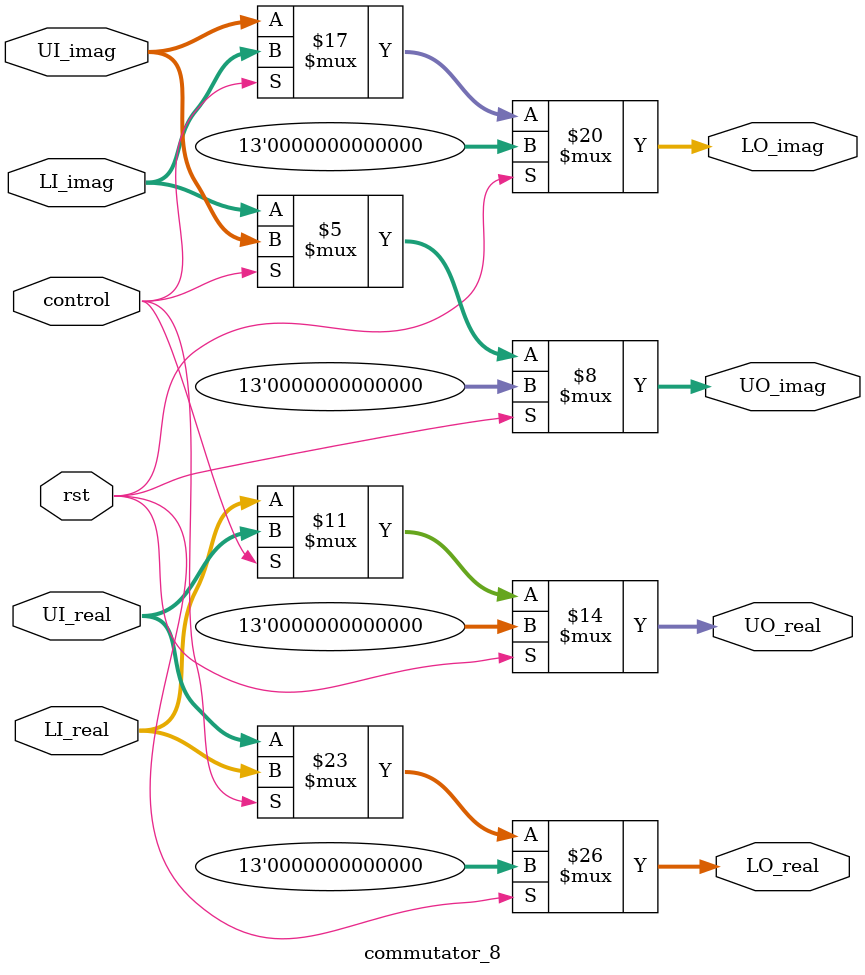
<source format=v>
`timescale 1ns / 1ps
module commutator_8(rst, control, LI_real, LI_imag, UI_real, UI_imag, LO_real, LO_imag, UO_real, UO_imag);
//input clk;
input rst;
input control;
input signed [12:0] LI_real, LI_imag;
input signed [12:0] UI_real, UI_imag;
output reg signed [12:0] LO_real, LO_imag;
output reg signed [12:0] UO_real, UO_imag;

always @(*)
begin
    if(rst == 1'b1)
    begin
        LO_real = 13'b0;
        LO_imag = 13'b0;
        UO_real = 13'b0;
        UO_imag = 13'b0;
    end
    else
    begin
        if(control==0) // switch
        begin
            LO_real <= UI_real;
            LO_imag <= UI_imag;
            
            UO_real <= LI_real;
            UO_imag <= LI_imag;
        end
        else
        begin
            LO_real <= LI_real;
            LO_imag <= LI_imag;
            
            UO_real <= UI_real;
            UO_imag <= UI_imag;
        end
    end
end


 
endmodule

</source>
